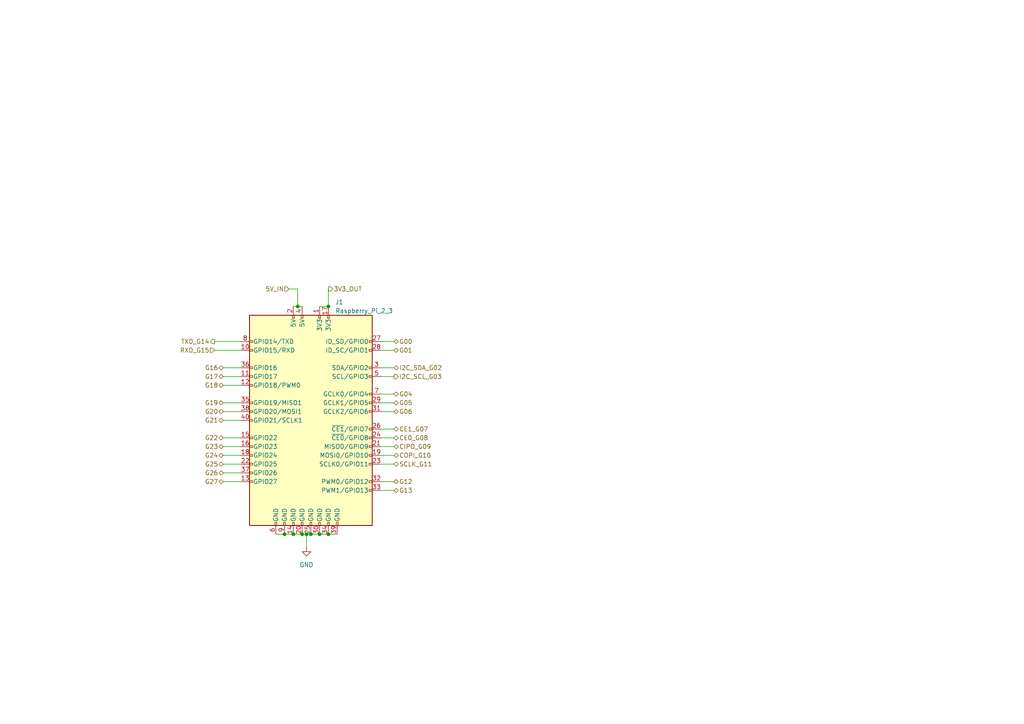
<source format=kicad_sch>
(kicad_sch (version 20230121) (generator eeschema)
  (paper "A4")
  (lib_symbols
    (symbol "Connector:Raspberry_Pi_2_3" (pin_names (offset 1.016))
      (property "Reference" "J" (at -17.78 31.75 0))
      (property "Value" "Raspberry_Pi_2_3" (at 10.16 -31.75 0))
      (symbol "Raspberry_Pi_2_3_0_1"
        (rectangle (start -17.78 30.48) (end 17.78 -30.48) (stroke (width 0.254)) (fill (type background)))
      )
      (symbol "Raspberry_Pi_2_3_1_1"
        (rectangle (start -16.891 -17.526) (end -17.78 -18.034))
        (rectangle (start -16.891 -14.986) (end -17.78 -15.494))
        (rectangle (start -16.891 -12.446) (end -17.78 -12.954))
        (rectangle (start -16.891 -9.906) (end -17.78 -10.414))
        (rectangle (start -16.891 -7.366) (end -17.78 -7.874))
        (rectangle (start -16.891 -4.826) (end -17.78 -5.334))
        (rectangle (start -16.891 0.254) (end -17.78 -0.254))
        (rectangle (start -16.891 2.794) (end -17.78 2.286))
        (rectangle (start -16.891 5.334) (end -17.78 4.826))
        (rectangle (start -16.891 10.414) (end -17.78 9.906))
        (rectangle (start -16.891 12.954) (end -17.78 12.446))
        (rectangle (start -16.891 15.494) (end -17.78 14.986))
        (rectangle (start -16.891 20.574) (end -17.78 20.066))
        (rectangle (start -16.891 23.114) (end -17.78 22.606))
        (rectangle (start -10.414 -29.591) (end -9.906 -30.48))
        (rectangle (start -7.874 -29.591) (end -7.366 -30.48))
        (rectangle (start -5.334 -29.591) (end -4.826 -30.48))
        (rectangle (start -5.334 30.48) (end -4.826 29.591))
        (rectangle (start -2.794 -29.591) (end -2.286 -30.48))
        (rectangle (start -2.794 30.48) (end -2.286 29.591))
        (rectangle (start -0.254 -29.591) (end 0.254 -30.48))
        (rectangle (start 2.286 -29.591) (end 2.794 -30.48))
        (rectangle (start 2.286 30.48) (end 2.794 29.591))
        (rectangle (start 4.826 -29.591) (end 5.334 -30.48))
        (rectangle (start 4.826 30.48) (end 5.334 29.591))
        (rectangle (start 7.366 -29.591) (end 7.874 -30.48))
        (rectangle (start 17.78 -20.066) (end 16.891 -20.574))
        (rectangle (start 17.78 -17.526) (end 16.891 -18.034))
        (rectangle (start 17.78 -12.446) (end 16.891 -12.954))
        (rectangle (start 17.78 -9.906) (end 16.891 -10.414))
        (rectangle (start 17.78 -7.366) (end 16.891 -7.874))
        (rectangle (start 17.78 -4.826) (end 16.891 -5.334))
        (rectangle (start 17.78 -2.286) (end 16.891 -2.794))
        (rectangle (start 17.78 2.794) (end 16.891 2.286))
        (rectangle (start 17.78 5.334) (end 16.891 4.826))
        (rectangle (start 17.78 7.874) (end 16.891 7.366))
        (rectangle (start 17.78 12.954) (end 16.891 12.446))
        (rectangle (start 17.78 15.494) (end 16.891 14.986))
        (rectangle (start 17.78 20.574) (end 16.891 20.066))
        (rectangle (start 17.78 23.114) (end 16.891 22.606))
        (pin power_in line (at 2.54 33.02 270) (length 2.54) (name "3V3") (number "1"))
        (pin bidirectional line (at -20.32 20.32 0) (length 2.54) (name "GPIO15/RXD") (number "10"))
        (pin bidirectional line (at -20.32 12.7 0) (length 2.54) (name "GPIO17") (number "11"))
        (pin bidirectional line (at -20.32 10.16 0) (length 2.54) (name "GPIO18/PWM0") (number "12"))
        (pin bidirectional line (at -20.32 -17.78 0) (length 2.54) (name "GPIO27") (number "13"))
        (pin power_in line (at -5.08 -33.02 90) (length 2.54) (name "GND") (number "14"))
        (pin bidirectional line (at -20.32 -5.08 0) (length 2.54) (name "GPIO22") (number "15"))
        (pin bidirectional line (at -20.32 -7.62 0) (length 2.54) (name "GPIO23") (number "16"))
        (pin power_in line (at 5.08 33.02 270) (length 2.54) (name "3V3") (number "17"))
        (pin bidirectional line (at -20.32 -10.16 0) (length 2.54) (name "GPIO24") (number "18"))
        (pin bidirectional line (at 20.32 -10.16 180) (length 2.54) (name "MOSI0/GPIO10") (number "19"))
        (pin power_in line (at -5.08 33.02 270) (length 2.54) (name "5V") (number "2"))
        (pin power_in line (at -2.54 -33.02 90) (length 2.54) (name "GND") (number "20"))
        (pin bidirectional line (at 20.32 -7.62 180) (length 2.54) (name "MISO0/GPIO9") (number "21"))
        (pin bidirectional line (at -20.32 -12.7 0) (length 2.54) (name "GPIO25") (number "22"))
        (pin bidirectional line (at 20.32 -12.7 180) (length 2.54) (name "SCLK0/GPIO11") (number "23"))
        (pin bidirectional line (at 20.32 -5.08 180) (length 2.54) (name "~{CE0}/GPIO8") (number "24"))
        (pin power_in line (at 0 -33.02 90) (length 2.54) (name "GND") (number "25"))
        (pin bidirectional line (at 20.32 -2.54 180) (length 2.54) (name "~{CE1}/GPIO7") (number "26"))
        (pin bidirectional line (at 20.32 22.86 180) (length 2.54) (name "ID_SD/GPIO0") (number "27"))
        (pin bidirectional line (at 20.32 20.32 180) (length 2.54) (name "ID_SC/GPIO1") (number "28"))
        (pin bidirectional line (at 20.32 5.08 180) (length 2.54) (name "GCLK1/GPIO5") (number "29"))
        (pin bidirectional line (at 20.32 15.24 180) (length 2.54) (name "SDA/GPIO2") (number "3"))
        (pin power_in line (at 2.54 -33.02 90) (length 2.54) (name "GND") (number "30"))
        (pin bidirectional line (at 20.32 2.54 180) (length 2.54) (name "GCLK2/GPIO6") (number "31"))
        (pin bidirectional line (at 20.32 -17.78 180) (length 2.54) (name "PWM0/GPIO12") (number "32"))
        (pin bidirectional line (at 20.32 -20.32 180) (length 2.54) (name "PWM1/GPIO13") (number "33"))
        (pin power_in line (at 5.08 -33.02 90) (length 2.54) (name "GND") (number "34"))
        (pin bidirectional line (at -20.32 5.08 0) (length 2.54) (name "GPIO19/MISO1") (number "35"))
        (pin bidirectional line (at -20.32 15.24 0) (length 2.54) (name "GPIO16") (number "36"))
        (pin bidirectional line (at -20.32 -15.24 0) (length 2.54) (name "GPIO26") (number "37"))
        (pin bidirectional line (at -20.32 2.54 0) (length 2.54) (name "GPIO20/MOSI1") (number "38"))
        (pin power_in line (at 7.62 -33.02 90) (length 2.54) (name "GND") (number "39"))
        (pin power_in line (at -2.54 33.02 270) (length 2.54) (name "5V") (number "4"))
        (pin bidirectional line (at -20.32 0 0) (length 2.54) (name "GPIO21/SCLK1") (number "40"))
        (pin bidirectional line (at 20.32 12.7 180) (length 2.54) (name "SCL/GPIO3") (number "5"))
        (pin power_in line (at -10.16 -33.02 90) (length 2.54) (name "GND") (number "6"))
        (pin bidirectional line (at 20.32 7.62 180) (length 2.54) (name "GCLK0/GPIO4") (number "7"))
        (pin bidirectional line (at -20.32 22.86 0) (length 2.54) (name "GPIO14/TXD") (number "8"))
        (pin power_in line (at -7.62 -33.02 90) (length 2.54) (name "GND") (number "9"))
      )
    )
    (symbol "power:GND" (power) (pin_names (offset 0))
      (property "Value" "GND" (at 0 -3.81 0))
      (symbol "GND_0_1"
        (polyline (pts (xy 0 0) (xy 0 -1.27) (xy 1.27 -1.27) (xy 0 -2.54) (xy -1.27 -1.27) (xy 0 -1.27)))
      )
      (symbol "GND_1_1"
        (pin power_in line (at 0 0 270) (length 0) hide (name "GND") (number "1"))
      )
    )
  )
  (junction (at 88.9 154.94))
  (junction (at 85.09 154.94))
  (junction (at 95.25 88.9))
  (junction (at 87.63 154.94))
  (junction (at 86.36 88.9))
  (junction (at 92.71 154.94))
  (junction (at 90.17 154.94))
  (junction (at 95.25 154.94))
  (junction (at 82.55 154.94))
  (wire (pts (xy 85.09 154.94) (xy 87.63 154.94)))
  (wire (pts (xy 64.77 137.16) (xy 69.85 137.16)))
  (wire (pts (xy 95.25 83.82) (xy 95.25 88.9)))
  (wire (pts (xy 64.77 119.38) (xy 69.85 119.38)))
  (wire (pts (xy 64.77 132.08) (xy 69.85 132.08)))
  (wire (pts (xy 110.49 134.62) (xy 114.3 134.62)))
  (wire (pts (xy 110.49 132.08) (xy 114.3 132.08)))
  (wire (pts (xy 64.77 134.62) (xy 69.85 134.62)))
  (wire (pts (xy 110.49 99.06) (xy 114.3 99.06)))
  (wire (pts (xy 62.23 99.06) (xy 69.85 99.06)))
  (wire (pts (xy 64.77 106.68) (xy 69.85 106.68)))
  (wire (pts (xy 62.23 101.6) (xy 69.85 101.6)))
  (wire (pts (xy 82.55 154.94) (xy 85.09 154.94)))
  (wire (pts (xy 110.49 116.84) (xy 114.3 116.84)))
  (wire (pts (xy 110.49 106.68) (xy 114.3 106.68)))
  (wire (pts (xy 110.49 142.24) (xy 114.3 142.24)))
  (wire (pts (xy 64.77 139.7) (xy 69.85 139.7)))
  (wire (pts (xy 64.77 109.22) (xy 69.85 109.22)))
  (wire (pts (xy 110.49 127) (xy 114.3 127)))
  (wire (pts (xy 110.49 119.38) (xy 114.3 119.38)))
  (wire (pts (xy 64.77 129.54) (xy 69.85 129.54)))
  (wire (pts (xy 85.09 88.9) (xy 86.36 88.9)))
  (wire (pts (xy 110.49 109.22) (xy 114.3 109.22)))
  (wire (pts (xy 64.77 127) (xy 69.85 127)))
  (wire (pts (xy 80.01 154.94) (xy 82.55 154.94)))
  (wire (pts (xy 83.82 83.82) (xy 86.36 83.82)))
  (wire (pts (xy 64.77 116.84) (xy 69.85 116.84)))
  (wire (pts (xy 64.77 111.76) (xy 69.85 111.76)))
  (wire (pts (xy 110.49 129.54) (xy 114.3 129.54)))
  (wire (pts (xy 88.9 154.94) (xy 88.9 158.75)))
  (wire (pts (xy 90.17 154.94) (xy 92.71 154.94)))
  (wire (pts (xy 87.63 154.94) (xy 88.9 154.94)))
  (wire (pts (xy 92.71 88.9) (xy 95.25 88.9)))
  (wire (pts (xy 88.9 154.94) (xy 90.17 154.94)))
  (wire (pts (xy 64.77 121.92) (xy 69.85 121.92)))
  (wire (pts (xy 86.36 88.9) (xy 87.63 88.9)))
  (wire (pts (xy 110.49 124.46) (xy 114.3 124.46)))
  (wire (pts (xy 110.49 101.6) (xy 114.3 101.6)))
  (wire (pts (xy 86.36 83.82) (xy 86.36 88.9)))
  (wire (pts (xy 92.71 154.94) (xy 95.25 154.94)))
  (wire (pts (xy 95.25 154.94) (xy 97.79 154.94)))
  (wire (pts (xy 110.49 114.3) (xy 114.3 114.3)))
  (wire (pts (xy 110.49 139.7) (xy 114.3 139.7)))
  (hierarchical_label "G16" (shape bidirectional) (at 64.77 106.68 180))
  (hierarchical_label "G21" (shape bidirectional) (at 64.77 121.92 180))
  (hierarchical_label "COPI_G10" (shape bidirectional) (at 114.3 132.08 0))
  (hierarchical_label "RXD_G15" (shape input) (at 62.23 101.6 180))
  (hierarchical_label "G24" (shape bidirectional) (at 64.77 132.08 180))
  (hierarchical_label "CE1_G07" (shape bidirectional) (at 114.3 124.46 0))
  (hierarchical_label "CIPO_G09" (shape bidirectional) (at 114.3 129.54 0))
  (hierarchical_label "G17" (shape bidirectional) (at 64.77 109.22 180))
  (hierarchical_label "G26" (shape bidirectional) (at 64.77 137.16 180))
  (hierarchical_label "G13" (shape bidirectional) (at 114.3 142.24 0))
  (hierarchical_label "G12" (shape bidirectional) (at 114.3 139.7 0))
  (hierarchical_label "TXD_G14" (shape output) (at 62.23 99.06 180))
  (hierarchical_label "G22" (shape bidirectional) (at 64.77 127 180))
  (hierarchical_label "I2C_SDA_G02" (shape bidirectional) (at 114.3 106.68 0))
  (hierarchical_label "G23" (shape bidirectional) (at 64.77 129.54 180))
  (hierarchical_label "G05" (shape bidirectional) (at 114.3 116.84 0))
  (hierarchical_label "G00" (shape bidirectional) (at 114.3 99.06 0))
  (hierarchical_label "SCLK_G11" (shape bidirectional) (at 114.3 134.62 0))
  (hierarchical_label "3V3_OUT" (shape output) (at 95.25 83.82 0))
  (hierarchical_label "G27" (shape bidirectional) (at 64.77 139.7 180))
  (hierarchical_label "CE0_G08" (shape bidirectional) (at 114.3 127 0))
  (hierarchical_label "G19" (shape bidirectional) (at 64.77 116.84 180))
  (hierarchical_label "G20" (shape bidirectional) (at 64.77 119.38 180))
  (hierarchical_label "G18" (shape bidirectional) (at 64.77 111.76 180))
  (hierarchical_label "5V_IN" (shape input) (at 83.82 83.82 180))
  (hierarchical_label "G25" (shape bidirectional) (at 64.77 134.62 180))
  (hierarchical_label "G06" (shape bidirectional) (at 114.3 119.38 0))
  (hierarchical_label "G01" (shape bidirectional) (at 114.3 101.6 0))
  (hierarchical_label "G04" (shape bidirectional) (at 114.3 114.3 0))
  (hierarchical_label "I2C_SCL_G03" (shape output) (at 114.3 109.22 0))
  (symbol (lib_id "Connector:Raspberry_Pi_2_3") (at 90.17 121.92 0) (unit 1)
    (property "Reference" "J1" (at 97.2059 87.63 0) (effects (justify left)))
    (property "Value" "Raspberry_Pi_2_3" (at 97.2059 90.17 0) (effects (justify left)))
    (property "Footprint" "Connector_PinSocket_2.54mm:PinSocket_2x20_P2.54mm_Vertical" (effects hide))
    (property "Datasheet" "https://www.raspberrypi.org/documentation/hardware/raspberrypi/schematics/rpi_SCH_3bplus_1p0_reduced.pdf" (effects hide))
  )
  (symbol (lib_id "power:GND") (at 88.9 158.75 0) (unit 1)
    (property "Reference" "#PWR01" (effects hide))
    (property "Value" "GND" (at 88.9 163.83 0))
  )
)
</source>
